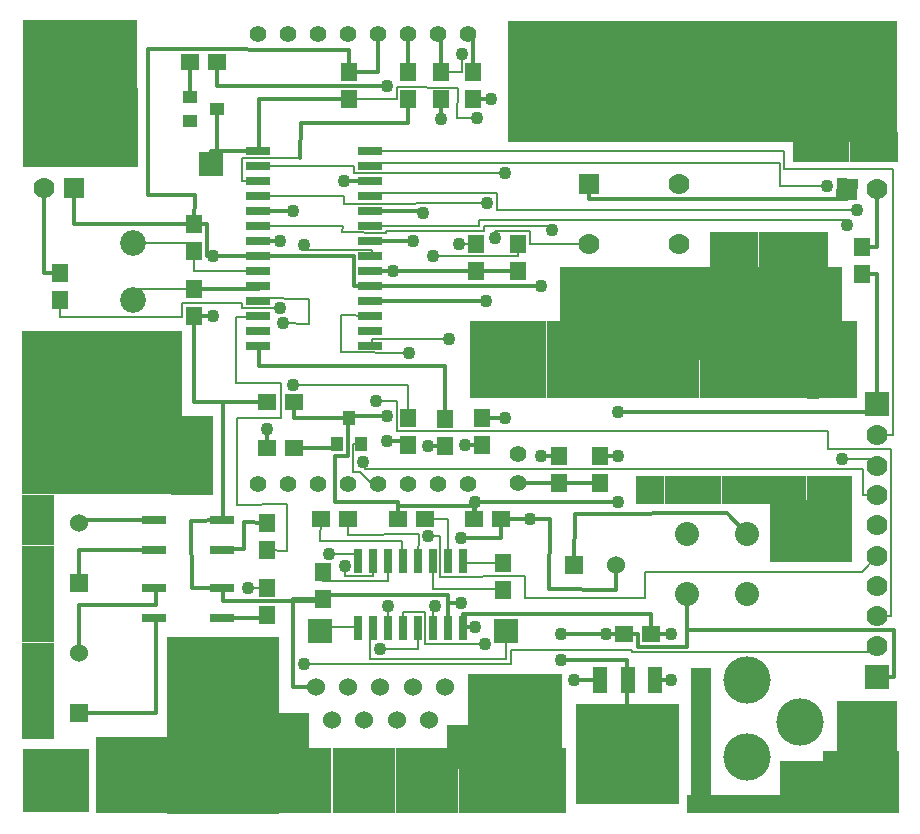
<source format=gbr>
G04 GERBER ASCII OUTPUT FROM: EDWIN 2000 (VER. 1.1 REV. 20011025)*
G04 GERBER FORMAT: RX-274-X*
G04 BOARD: SMART_APP_BOARD*
G04 ARTWORK OF COMP.LAYER POSITIVE*
%ASAXBY*%
%FSLAX24Y24*%
%MIA0B0*%
%MOIN*%
%OFA0.0000B0.0000*%
%SFA1B1*%
%IJA0B0*%
%INLAYER2POS*%
%IOA0B0*%
%IPPOS*%
%IR0*%
G04 APERTURE MACROS*
%AMEDWDONUT*
1,1,$1,$2,$3*
1,0,$4,$2,$3*
%
%AMEDWFRECT*
2,1,$1,$2,$3,$4,$5,$6*
%
%AMEDWORECT*
2,1,$1,$2,$3,$4,$5,$10*
2,1,$1,$4,$5,$6,$7,$10*
2,1,$1,$6,$7,$8,$9,$10*
2,1,$1,$8,$9,$2,$3,$10*
1,1,$1,$2,$3*
1,1,$1,$4,$5*
1,1,$1,$6,$7*
1,1,$1,$8,$9*
%
%AMEDWLINER*
2,1,$1,$2,$3,$4,$5,$6*
1,1,$1,$2,$3*
1,1,$1,$4,$5*
%
%AMEDWFTRNG*
4,1,3,$1,$2,$3,$4,$5,$6,$7,$8,$9*
%
%AMEDWATRNG*
4,1,3,$1,$2,$3,$4,$5,$6,$7,$8,$9*
2,1,$11,$1,$2,$3,$4,$10*
2,1,$11,$3,$4,$5,$6,$10*
2,1,$11,$5,$6,$7,$8,$10*
1,1,$11,$3,$4*
1,1,$11,$5,$6*
1,1,$11,$7,$8*
%
%AMEDWOTRNG*
2,1,$1,$2,$3,$4,$5,$8*
2,1,$1,$4,$5,$6,$7,$8*
2,1,$1,$6,$7,$2,$3,$8*
1,1,$1,$2,$3*
1,1,$1,$4,$5*
1,1,$1,$6,$7*
%
G04*
G04 APERTURE LIST*
%ADD10R,0.0650X0.0700*%
%ADD11R,0.0890X0.0940*%
%ADD12R,0.0550X0.0600*%
%ADD13R,0.0790X0.0840*%
%ADD14R,0.0900X0.0350*%
%ADD15R,0.1140X0.0590*%
%ADD16R,0.0800X0.0250*%
%ADD17R,0.1040X0.0490*%
%ADD18R,0.0350X0.0900*%
%ADD19R,0.0590X0.1140*%
%ADD20R,0.0250X0.0800*%
%ADD21R,0.0490X0.1040*%
%ADD22R,0.0700X0.0650*%
%ADD23R,0.0940X0.0890*%
%ADD24R,0.0600X0.0550*%
%ADD25R,0.0840X0.0790*%
%ADD26R,0.0700X0.0700*%
%ADD27R,0.0940X0.0940*%
%ADD28R,0.0600X0.0600*%
%ADD29R,0.0840X0.0840*%
%ADD30R,0.0570X0.0970*%
%ADD31R,0.0810X0.1210*%
%ADD32R,0.0470X0.0870*%
%ADD33R,0.0710X0.1110*%
%ADD34R,0.1520X0.0970*%
%ADD35R,0.1760X0.1210*%
%ADD36R,0.1420X0.0870*%
%ADD37R,0.1660X0.1110*%
%ADD38R,0.0760X0.0760*%
%ADD39R,0.1000X0.1000*%
%ADD40R,0.0800X0.0800*%
%ADD41R,0.1040X0.1040*%
%ADD42EDWFRECT,0.0800X0.03999X-0.0007X-0.03999X0.0007X0.0000*%
%ADD43EDWFRECT,0.0800X0.03999X0.0007X-0.03999X-0.0007X0.0000*%
%ADD44EDWFRECT,0.1040X0.05199X-0.00091X-0.05199X0.00091X0.0000*%
%ADD45EDWFRECT,0.1040X0.05199X0.00091X-0.05199X-0.00091X0.0000*%
%ADD46EDWFRECT,0.0700X0.03499X-0.00061X-0.03499X0.00061X0.0000*%
%ADD47EDWFRECT,0.0700X0.03499X0.00061X-0.03499X-0.00061X0.0000*%
%ADD48EDWFRECT,0.0940X0.04699X-0.00082X-0.04699X0.00082X0.0000*%
%ADD49EDWFRECT,0.0940X0.04699X0.00082X-0.04699X-0.00082X0.0000*%
%ADD50R,0.0580X0.0500*%
%ADD51R,0.0820X0.0740*%
%ADD52R,0.0480X0.0400*%
%ADD53R,0.0720X0.0640*%
%ADD54R,0.0500X0.0580*%
%ADD55R,0.0740X0.0820*%
%ADD56R,0.0400X0.0480*%
%ADD57R,0.0640X0.0720*%
%ADD58R,0.0900X0.0900*%
%ADD59R,0.1140X0.1140*%
%ADD60C,0.0010*%
%ADD62C,0.0020*%
%ADD63R,0.0020X0.0020*%
%ADD64C,0.0030*%
%ADD65R,0.0030X0.0030*%
%ADD66C,0.0040*%
%ADD67R,0.0040X0.0040*%
%ADD68C,0.0050*%
%ADD69R,0.0050X0.0050*%
%ADD70C,0.00787*%
%ADD71R,0.00787X0.00787*%
%ADD72C,0.0080*%
%ADD74C,0.00894*%
%ADD76C,0.00984*%
%ADD77R,0.00984X0.00984*%
%ADD78C,0.0120*%
%ADD80C,0.01287*%
%ADD82C,0.01299*%
%ADD84C,0.0130*%
%ADD86C,0.01969*%
%ADD87R,0.01969X0.01969*%
%ADD88C,0.0200*%
%ADD90C,0.0290*%
%ADD92C,0.0320*%
%ADD94C,0.03294*%
%ADD96C,0.03295*%
%ADD98C,0.03384*%
%ADD100C,0.0360*%
%ADD102C,0.03687*%
%ADD104C,0.03699*%
%ADD106C,0.0370*%
%ADD108C,0.03937*%
%ADD109R,0.03937X0.03937*%
%ADD110C,0.04331*%
%ADD112C,0.0440*%
%ADD114C,0.0500*%
%ADD115R,0.0500X0.0500*%
%ADD116C,0.0560*%
%ADD117R,0.0560X0.0560*%
%ADD118C,0.05906*%
%ADD119R,0.05906X0.05906*%
%ADD120C,0.0600*%
%ADD121R,0.0600X0.0600*%
%ADD122C,0.0620*%
%ADD124C,0.0652*%
%ADD125R,0.0652X0.0652*%
%ADD126C,0.0660*%
%ADD127R,0.0660X0.0660*%
%ADD128C,0.06693*%
%ADD129R,0.06693X0.06693*%
%ADD130C,0.06906*%
%ADD131R,0.06906X0.06906*%
%ADD132C,0.0700*%
%ADD133R,0.0700X0.0700*%
%ADD134C,0.07087*%
%ADD135R,0.07087X0.07087*%
%ADD136C,0.0760*%
%ADD138C,0.0800*%
%ADD140C,0.08306*%
%ADD142C,0.0840*%
%ADD143R,0.0840X0.0840*%
%ADD144C,0.0860*%
%ADD146C,0.0880*%
%ADD147R,0.0880X0.0880*%
%ADD148C,0.0892*%
%ADD149R,0.0892X0.0892*%
%ADD150C,0.0940*%
%ADD151R,0.0940X0.0940*%
%ADD152C,0.09487*%
%ADD153R,0.09487X0.09487*%
%ADD154C,0.0960*%
%ADD156C,0.1000*%
%ADD158C,0.1040*%
%ADD160C,0.10488*%
%ADD161R,0.10488X0.10488*%
%ADD162C,0.10772*%
%ADD163R,0.10772X0.10772*%
%ADD164C,0.1100*%
%ADD166C,0.1100*%
%ADD168C,0.1120*%
%ADD170C,0.11339*%
%ADD171R,0.11339X0.11339*%
%ADD172C,0.11622*%
%ADD173R,0.11622X0.11622*%
%ADD174C,0.1200*%
%ADD176C,0.12472*%
%ADD177R,0.12472X0.12472*%
%ADD178C,0.12756*%
%ADD179R,0.12756X0.12756*%
%ADD180C,0.12888*%
%ADD181R,0.12888X0.12888*%
%ADD182C,0.1300*%
%ADD184C,0.13039*%
%ADD185R,0.13039X0.13039*%
%ADD186C,0.13172*%
%ADD187R,0.13172X0.13172*%
%ADD188C,0.13323*%
%ADD189R,0.13323X0.13323*%
%ADD190C,0.13739*%
%ADD191R,0.13739X0.13739*%
%ADD192C,0.1389*%
%ADD193R,0.1389X0.1389*%
%ADD194C,0.1400*%
%ADD196C,0.14022*%
%ADD197R,0.14022X0.14022*%
%ADD198C,0.1474*%
%ADD199R,0.1474X0.1474*%
%ADD200C,0.14872*%
%ADD201R,0.14872X0.14872*%
%ADD202C,0.1500*%
%ADD204C,0.15156*%
%ADD205R,0.15156X0.15156*%
%ADD206C,0.1540*%
%ADD208C,0.15439*%
%ADD209R,0.15439X0.15439*%
%ADD210C,0.15723*%
%ADD211R,0.15723X0.15723*%
%ADD212C,0.15748*%
%ADD214C,0.1629*%
%ADD215R,0.1629X0.1629*%
%ADD216C,0.1640*%
%ADD218C,0.1714*%
%ADD219R,0.1714X0.1714*%
%ADD220C,0.18709*%
%ADD221R,0.18709X0.18709*%
%ADD222C,0.19685*%
%ADD225R,0.20409X0.20409*%
%ADD227R,0.20693X0.20693*%
%ADD229R,0.20976X0.20976*%
%ADD231R,0.21109X0.21109*%
%ADD233R,0.22677X0.22677*%
%ADD235R,0.22809X0.22809*%
%ADD237R,0.23093X0.23093*%
%ADD239R,0.23376X0.23376*%
%ADD241R,0.24094X0.24094*%
%ADD243R,0.24661X0.24661*%
%ADD245R,0.25077X0.25077*%
%ADD247R,0.25228X0.25228*%
%ADD249R,0.25512X0.25512*%
%ADD251R,0.26494X0.26494*%
%ADD253R,0.27061X0.27061*%
%ADD255R,0.27213X0.27213*%
%ADD257R,0.27628X0.27628*%
%ADD259R,0.27912X0.27912*%
%ADD261R,0.28346X0.28346*%
%ADD263R,0.2948X0.2948*%
%ADD265R,0.29613X0.29613*%
%ADD267R,0.30746X0.30746*%
%ADD269R,0.31181X0.31181*%
%ADD271R,0.3188X0.3188*%
%ADD273R,0.32031X0.32031*%
%ADD275R,0.32598X0.32598*%
%ADD277R,0.33581X0.33581*%
%ADD279R,0.33732X0.33732*%
%ADD281R,0.34431X0.34431*%
%ADD283R,0.34539X0.34539*%
%ADD285R,0.34583X0.34583*%
%ADD287R,0.34998X0.34998*%
%ADD289R,0.3515X0.3515*%
%ADD291R,0.36132X0.36132*%
%ADD293R,0.36939X0.36939*%
%ADD295R,0.36983X0.36983*%
%ADD297R,0.37417X0.37417*%
%ADD299R,0.3755X0.3755*%
%ADD301R,0.38835X0.38835*%
%ADD303R,0.39402X0.39402*%
%ADD305R,0.39817X0.39817*%
%ADD307R,0.39969X0.39969*%
%ADD309R,0.41235X0.41235*%
%ADD311R,0.41669X0.41669*%
%ADD313R,0.41802X0.41802*%
%ADD315R,0.42236X0.42236*%
%ADD317R,0.42369X0.42369*%
%ADD319R,0.44069X0.44069*%
%ADD321R,0.44636X0.44636*%
%ADD323R,0.46488X0.46488*%
%ADD325R,0.47339X0.47339*%
%ADD327R,0.48472X0.48472*%
%ADD329R,0.48888X0.48888*%
%ADD331R,0.49739X0.49739*%
%ADD333R,0.50872X0.50872*%
%ADD335R,0.52157X0.52157*%
%ADD337R,0.53291X0.53291*%
%ADD339R,0.54425X0.54425*%
%ADD341R,0.54557X0.54557*%
%ADD343R,0.55691X0.55691*%
%ADD345R,0.56409X0.56409*%
%ADD347R,0.56825X0.56825*%
%ADD349R,0.58809X0.58809*%
%ADD351R,0.7200X0.7200*%
%ADD353R,0.72567X0.72567*%
%ADD355R,0.7440X0.7440*%
%ADD357R,0.74967X0.74967*%
%ADD359R,0.81638X0.81638*%
%ADD361R,0.84038X0.84038*%
%ADD363R,0.88441X0.88441*%
%ADD365R,0.90841X0.90841*%
%ADD367R,0.9411X0.9411*%
%ADD369R,0.9651X0.9651*%
%ADD371R,0.99496X0.99496*%
%ADD373R,1.01896X1.01896*%
%ADD375R,1.28693X1.28693*%
%ADD377R,1.28976X1.28976*%
%ADD379R,1.29543X1.29543*%
%ADD381R,1.31093X1.31093*%
%ADD383R,1.31376X1.31376*%
%ADD385R,1.31943X1.31943*%
%ADD386C,1.41943*%
%ADD387R,1.41943X1.41943*%
%ADD388C,1.51943*%
%ADD389R,1.51943X1.51943*%
%ADD390C,1.61943*%
%ADD391R,1.61943X1.61943*%
%ADD392C,1.71943*%
%ADD393R,1.71943X1.71943*%
%ADD394C,1.81943*%
%ADD395R,1.81943X1.81943*%
%ADD396C,1.91943*%
%ADD397R,1.91943X1.91943*%
G04*
D12* 
X8179Y9699D02*D03*
X8179Y8799D02*D03*
D156*
X1181Y25197D02*D03*
D16* 
X7873Y22106D02*D03*
X7873Y21606D02*D03*
X7873Y21106D02*D03*
X7873Y20606D02*D03*
X7873Y20106D02*D03*
X7873Y19606D02*D03*
X7873Y19106D02*D03*
X7873Y18606D02*D03*
X7873Y18106D02*D03*
X7873Y17606D02*D03*
X7873Y17106D02*D03*
X7873Y16606D02*D03*
X7873Y16106D02*D03*
X7873Y15606D02*D03*
X11623Y15606D02*D03*
X11623Y16106D02*D03*
X11623Y16606D02*D03*
X11623Y17106D02*D03*
X11623Y17606D02*D03*
X11623Y18106D02*D03*
X11623Y18606D02*D03*
X11623Y19106D02*D03*
X11623Y19606D02*D03*
X11623Y20106D02*D03*
X11623Y20606D02*D03*
X11623Y21106D02*D03*
X11623Y21606D02*D03*
X11623Y22106D02*D03*
D138*
X24173Y7311D02*D03*
X24173Y9311D02*D03*
X22173Y9311D02*D03*
X22173Y7311D02*D03*
D212*
X24173Y4449D02*D03*
X25945Y3071D02*D03*
X24173Y1890D02*D03*
D20* 
X14705Y8440D02*D03*
X14205Y8440D02*D03*
X13705Y8440D02*D03*
X13205Y8440D02*D03*
X12705Y8440D02*D03*
X12205Y8440D02*D03*
X11705Y8440D02*D03*
X11205Y8440D02*D03*
X11205Y6190D02*D03*
X11705Y6190D02*D03*
X12205Y6190D02*D03*
X12705Y6190D02*D03*
X13205Y6190D02*D03*
X13705Y6190D02*D03*
X14205Y6190D02*D03*
X14705Y6190D02*D03*
D24* 
X12530Y9823D02*D03*
X13430Y9823D02*D03*
D12* 
X10039Y8071D02*D03*
X10039Y7171D02*D03*
D24* 
X10870Y9823D02*D03*
X9970Y9823D02*D03*
D12* 
X16043Y7466D02*D03*
X16043Y8366D02*D03*
D24* 
X15084Y9823D02*D03*
X15984Y9823D02*D03*
D12* 
X10925Y24719D02*D03*
X10925Y23819D02*D03*
X5748Y17504D02*D03*
X5748Y16604D02*D03*
X5748Y18775D02*D03*
X5748Y19675D02*D03*
D24* 
X20979Y5984D02*D03*
X20079Y5984D02*D03*
D28* 
X18423Y8287D02*D03*
D120*
X19823Y8287D02*D03*
D32* 
X21107Y4444D02*D03*
X20197Y4444D02*D03*
X19287Y4444D02*D03*
D36* 
X20192Y2004D02*D03*
D116*
X7874Y25984D02*D03*
X8874Y25984D02*D03*
X9874Y25984D02*D03*
X10874Y25984D02*D03*
X11874Y25984D02*D03*
X12874Y25984D02*D03*
X13874Y25984D02*D03*
X14874Y25984D02*D03*
X14874Y10984D02*D03*
X13874Y10984D02*D03*
X12874Y10984D02*D03*
X11874Y10984D02*D03*
X10874Y10984D02*D03*
X9874Y10984D02*D03*
X8874Y10984D02*D03*
X7874Y10984D02*D03*
X16535Y11024D02*D03*
X16535Y12008D02*D03*
D118*
X26083Y24508D02*D03*
X3248Y12402D02*D03*
D144*
X3701Y19036D02*D03*
X3701Y17116D02*D03*
D28* 
X1909Y7695D02*D03*
D120*
X1909Y9695D02*D03*
D28* 
X1909Y3344D02*D03*
D120*
X1909Y5344D02*D03*
D132*
X28524Y5606D02*D03*
X28524Y6606D02*D03*
X28524Y7606D02*D03*
X28524Y8606D02*D03*
X28505Y9633D02*D03*
X28524Y10616D02*D03*
X28524Y11598D02*D03*
X28524Y12638D02*D03*
D12* 
X15059Y24719D02*D03*
X15059Y23819D02*D03*
X12894Y12289D02*D03*
X12894Y13189D02*D03*
X17913Y11009D02*D03*
X17913Y11909D02*D03*
X19291Y11009D02*D03*
X19291Y11909D02*D03*
X16535Y18996D02*D03*
X16535Y18096D02*D03*
X15157Y18996D02*D03*
X15157Y18096D02*D03*
D24* 
X5620Y25049D02*D03*
X6520Y25049D02*D03*
D26* 
X18898Y20996D02*D03*
D132*
X18898Y18996D02*D03*
X21898Y18996D02*D03*
X21898Y20996D02*D03*
D120*
X14120Y4241D02*D03*
X13040Y4241D02*D03*
X11960Y4241D02*D03*
X10880Y4241D02*D03*
X9800Y4241D02*D03*
X13580Y3121D02*D03*
X12500Y3121D02*D03*
X11420Y3121D02*D03*
X10340Y3121D02*D03*
D182*
X16880Y3681D02*D03*
X7040Y3681D02*D03*
D16* 
X6669Y6520D02*D03*
X6669Y7520D02*D03*
X4419Y7520D02*D03*
X4419Y6520D02*D03*
D24* 
X8169Y12205D02*D03*
X9069Y12205D02*D03*
D12* 
X1280Y18012D02*D03*
X1280Y17112D02*D03*
X28012Y18007D02*D03*
X28012Y18907D02*D03*
D46* 
X27500Y20827D02*D03*
D132*
X28500Y20809D02*D03*
D26* 
X1734Y20870D02*D03*
D132*
X734Y20870D02*D03*
D156*
X1181Y1181D02*D03*
X27953Y1181D02*D03*
X27953Y25197D02*D03*
D12* 
X13976Y24719D02*D03*
X13976Y23819D02*D03*
X14126Y12273D02*D03*
X14126Y13173D02*D03*
X15354Y12289D02*D03*
X15354Y13189D02*D03*
X12894Y24719D02*D03*
X12894Y23819D02*D03*
D52* 
X5620Y23898D02*D03*
X5620Y23098D02*D03*
X6500Y23498D02*D03*
D24* 
X9073Y13735D02*D03*
X8173Y13735D02*D03*
D56* 
X10525Y12309D02*D03*
X11325Y12309D02*D03*
X10925Y13189D02*D03*
D40* 
X28524Y13661D02*D03*
X28526Y4570D02*D03*
X6299Y21654D02*D03*
D12* 
X8179Y6624D02*D03*
X8179Y7524D02*D03*
D16* 
X6669Y8799D02*D03*
X6669Y9799D02*D03*
X4419Y9799D02*D03*
X4419Y8799D02*D03*
D182*
X2938Y22496D02*D03*
X2949Y14517D02*D03*
X26437Y22504D02*D03*
X26393Y14458D02*D03*
D40* 
X16142Y6102D02*D03*
X9941Y6102D02*D03*
D110*
X12374Y18106D02*D03*
X12162Y13261D02*D03*
X15126Y10394D02*D03*
X15126Y6240D02*D03*
X21639Y5984D02*D03*
X21639Y4449D02*D03*
X12374Y18106D02*D03*
X12162Y24268D02*D03*
X19863Y10408D02*D03*
X19863Y11909D02*D03*
X14586Y18996D02*D03*
X14664Y25315D02*D03*
X13554Y12273D02*D03*
X13554Y12273D02*D03*
X13714Y18576D02*D03*
X15501Y20361D02*D03*
X15631Y23819D02*D03*
X16101Y21361D02*D03*
X16101Y13189D02*D03*
X10770Y8274D02*D03*
X14638Y7009D02*D03*
X14638Y9206D02*D03*
X6374Y16604D02*D03*
X6374Y18606D02*D03*
X19482Y5984D02*D03*
X17985Y5984D02*D03*
X17985Y5130D02*D03*
X17313Y17606D02*D03*
X16960Y9823D02*D03*
X19863Y11909D02*D03*
X19863Y13390D02*D03*
X10736Y21106D02*D03*
X11392Y11721D02*D03*
X26847Y20920D02*D03*
X27347Y11826D02*D03*
X14249Y15823D02*D03*
X13976Y23168D02*D03*
X12205Y6941D02*D03*
X12896Y15361D02*D03*
X15463Y17106D02*D03*
X15445Y5670D02*D03*
X14783Y12289D02*D03*
X12162Y12428D02*D03*
X17675Y19466D02*D03*
X17322Y11909D02*D03*
X9041Y14307D02*D03*
X9041Y20106D02*D03*
X7553Y7524D02*D03*
X18423Y4449D02*D03*
X8624Y19106D02*D03*
X8624Y16861D02*D03*
X8624Y19106D02*D03*
X8169Y12831D02*D03*
X11960Y5494D02*D03*
X13786Y6941D02*D03*
X9421Y18968D02*D03*
X9421Y4997D02*D03*
X13041Y19084D02*D03*
X11826Y13774D02*D03*
X27507Y19626D02*D03*
X13378Y20025D02*D03*
X13541Y9251D02*D03*
X27844Y20140D02*D03*
X10257Y8667D02*D03*
X15165Y23202D02*D03*
X15765Y19178D02*D03*
X8704Y16348D02*D03*
D279*
X20154Y1995D02*D03*
X20235Y1995D02*D03*
X20154Y1987D02*D03*
X20235Y1987D02*D03*
D297*
X6728Y4041D02*D03*
X6728Y1858D02*D03*
D231*
X9285Y1171D02*D03*
X11396Y1171D02*D03*
X13507Y1171D02*D03*
X15618Y1171D02*D03*
X17124Y1171D02*D03*
X9285Y1071D02*D03*
X11396Y1071D02*D03*
X13507Y1071D02*D03*
X15618Y1071D02*D03*
X17124Y1071D02*D03*
D269*
X16450Y3106D02*D03*
X16450Y2964D02*D03*
D249*
X3751Y1291D02*D03*
X4460Y1291D02*D03*
X3751Y1291D02*D03*
X4460Y1291D02*D03*
D163*
X548Y3020D02*D03*
X548Y4098D02*D03*
X548Y5175D02*D03*
X548Y6252D02*D03*
X548Y7329D02*D03*
X548Y8406D02*D03*
X548Y9483D02*D03*
X548Y10107D02*D03*
D337*
X2674Y13310D02*D03*
X2674Y13424D02*D03*
D193*
X5665Y12559D02*D03*
X5665Y11340D02*D03*
D251*
X1334Y22899D02*D03*
X2568Y22899D02*D03*
X1334Y22855D02*D03*
X2568Y22855D02*D03*
D241*
X2660Y25258D02*D03*
X1243Y25258D02*D03*
X2660Y25258D02*D03*
X1243Y25258D02*D03*
D231*
X1065Y1115D02*D03*
X1222Y1115D02*D03*
X1065Y1100D02*D03*
X1222Y1100D02*D03*
D249*
X16224Y15153D02*D03*
X18775Y15153D02*D03*
X21326Y15153D02*D03*
X23877Y15153D02*D03*
X26428Y15153D02*D03*
X26570Y15153D02*D03*
X16224Y15124D02*D03*
X18775Y15124D02*D03*
X21326Y15124D02*D03*
X23877Y15124D02*D03*
X26428Y15124D02*D03*
X26570Y15124D02*D03*
D267*
X19462Y16677D02*D03*
X22536Y16677D02*D03*
X25611Y16677D02*D03*
X25798Y16677D02*D03*
X19462Y16662D02*D03*
X22536Y16662D02*D03*
X25611Y16662D02*D03*
X25798Y16662D02*D03*
D215*
X23756Y18590D02*D03*
X25385Y18590D02*D03*
X26067Y18590D02*D03*
X23756Y18518D02*D03*
X25385Y18518D02*D03*
X26067Y18518D02*D03*
D307*
X18222Y24436D02*D03*
X22219Y24436D02*D03*
X26216Y24436D02*D03*
X27180Y24436D02*D03*
X18222Y24408D02*D03*
X22219Y24408D02*D03*
X26216Y24408D02*D03*
X27180Y24408D02*D03*
D153*
X26166Y22247D02*D03*
X27114Y22247D02*D03*
X28063Y22247D02*D03*
X28732Y22247D02*D03*
X26166Y22203D02*D03*
X27114Y22203D02*D03*
X28063Y22203D02*D03*
X28732Y22203D02*D03*
X20950Y10795D02*D03*
X21899Y10795D02*D03*
X22847Y10795D02*D03*
X23796Y10795D02*D03*
X24745Y10795D02*D03*
X25693Y10795D02*D03*
X26642Y10795D02*D03*
X27201Y10795D02*D03*
X20950Y10780D02*D03*
X21899Y10780D02*D03*
X22847Y10780D02*D03*
X23796Y10780D02*D03*
X24745Y10780D02*D03*
X25693Y10780D02*D03*
X26642Y10780D02*D03*
X27201Y10780D02*D03*
D227*
X25989Y9441D02*D03*
X26641Y9441D02*D03*
X25989Y9441D02*D03*
X26641Y9441D02*D03*
X27746Y1050D02*D03*
X28200Y1050D02*D03*
X27746Y1050D02*D03*
X28200Y1050D02*D03*
D225*
X28186Y2765D02*D03*
X28186Y2085D02*D03*
D121*
X22476Y339D02*D03*
X23076Y339D02*D03*
X23676Y339D02*D03*
X24276Y339D02*D03*
X24876Y339D02*D03*
X25476Y339D02*D03*
X26076Y339D02*D03*
X26676Y339D02*D03*
X27092Y339D02*D03*
X22476Y316D02*D03*
X23076Y316D02*D03*
X23676Y316D02*D03*
X24276Y316D02*D03*
X24876Y316D02*D03*
X25476Y316D02*D03*
X26076Y316D02*D03*
X26676Y316D02*D03*
X27092Y316D02*D03*
D125*
X22644Y4509D02*D03*
X22644Y3857D02*D03*
X22644Y3205D02*D03*
X22644Y2553D02*D03*
X22644Y1901D02*D03*
X22644Y1249D02*D03*
X22644Y824D02*D03*
D185*
X25918Y1121D02*D03*
X26683Y1121D02*D03*
X25918Y1121D02*D03*
X26683Y1121D02*D03*
D177*
X8995Y2765D02*D03*
X8995Y2227D02*D03*
D153*
X14644Y2489D02*D03*
X14629Y2489D02*D03*
X14644Y1964D02*D03*
X14629Y1964D02*D03*
D84* 
X14705Y6240D02*
X15126Y6240D01*
X15126Y10394D02*
X15126Y9823D01*
X15084Y9823D01*
X20979Y5984D02*
X20979Y6647D01*
X14705Y6647D01*
X14705Y6240D01*
D82* 
X21102Y4449D02*
X21639Y4449D01*
D84* 
X21639Y5984D02*
X20979Y5984D01*
X6520Y25049D02*
X6520Y24268D01*
X12162Y24268D01*
X12374Y18106D02*
X11673Y18106D01*
X11673Y18096D01*
X15157Y18096D01*
X9073Y13735D02*
X9073Y13189D01*
X10925Y13189D01*
X19291Y11909D02*
X19863Y11909D01*
X19863Y10408D02*
X15084Y10408D01*
X15084Y9823D01*
X15157Y18096D02*
X16535Y18096D01*
D72* 
X11874Y10984D02*
X11701Y10957D01*
X11274Y11384D01*
X11055Y11384D01*
X11055Y12309D01*
X11325Y12309D01*
X13874Y25984D02*
X13976Y25984D01*
D82* 
X13976Y24719D01*
D72* 
X14664Y24719D01*
X14664Y25315D01*
X14586Y18996D02*
X15157Y18996D01*
D82* 
X14126Y12273D02*
X13554Y12273D01*
D72* 
X16535Y18996D02*
X16535Y18576D01*
X13714Y18576D01*
X13554Y12273D02*
X14126Y12273D01*
X16535Y11024D02*
X16535Y11009D01*
D82* 
X17913Y11009D01*
X19291Y11009D01*
D84* 
X11673Y17606D02*
X11078Y17606D01*
X11078Y18606D01*
X7923Y18606D01*
X6374Y18606D01*
X6374Y16604D02*
X5748Y16604D01*
X22173Y7311D02*
X22173Y5564D01*
X20534Y5564D01*
X20534Y5984D01*
X20079Y5984D01*
X19482Y5984D01*
X20192Y4449D02*
X20192Y5130D01*
X17985Y5130D01*
X17985Y5984D02*
X20079Y5984D01*
X5748Y16604D02*
X5748Y13735D01*
X8173Y13735D01*
X5748Y19675D02*
X6168Y19675D01*
X6168Y18606D01*
X7923Y18606D01*
X10925Y24719D02*
X10925Y25469D01*
X4227Y25487D01*
X4205Y20614D01*
X5770Y20636D01*
X5748Y19675D01*
X17313Y17606D02*
X11673Y17606D01*
X16960Y9823D02*
X15984Y9823D01*
X11874Y25984D02*
X11874Y24719D01*
X10925Y24719D01*
X28524Y13661D02*
X28524Y13390D01*
X19863Y13390D01*
X19863Y11909D02*
X19291Y11909D01*
X28012Y18007D02*
X28524Y18007D01*
X28524Y13661D01*
X10925Y13189D02*
X10925Y13261D01*
X12162Y13261D01*
X12374Y18106D02*
X11673Y18106D01*
X15084Y9823D02*
X15084Y10243D01*
X12530Y10243D01*
X12530Y9823D01*
X12530Y10408D01*
X10449Y10408D01*
X10449Y11924D01*
X10870Y11924D01*
X10870Y13189D01*
X10925Y13189D01*
D72* 
X7923Y18106D02*
X5748Y18106D01*
X5748Y18775D01*
X5748Y19036D01*
X3701Y19036D01*
X11705Y8490D02*
X11705Y7920D01*
X10770Y7920D01*
X10770Y8274D01*
D82* 
X5620Y25049D02*
X5620Y23898D01*
D84* 
X28526Y4570D02*
X29074Y4570D01*
X29074Y6120D01*
X22173Y6111D01*
X22173Y7311D01*
X20192Y2009D02*
X20192Y4449D01*
X6719Y9799D02*
X6719Y13735D01*
X8173Y13735D01*
X6719Y7520D02*
X5682Y7540D01*
X5660Y9767D01*
X6719Y9799D01*
D82* 
X1734Y20870D02*
X1734Y19675D01*
X5748Y19675D01*
D84* 
X9800Y4241D02*
X9059Y4241D01*
X9059Y7171D01*
X10039Y7171D01*
X27500Y20827D02*
X27500Y20501D01*
X18898Y20501D01*
X18898Y20996D01*
X15984Y9823D02*
X15984Y9206D01*
X14638Y9206D01*
X14638Y7009D02*
X14205Y7009D01*
X14205Y6240D01*
X10039Y7171D02*
X10039Y7079D01*
X6719Y7079D01*
X6719Y7520D01*
X14205Y6240D02*
X14205Y7302D01*
X10039Y7302D01*
X10039Y7171D01*
X19823Y8287D02*
X19814Y7474D01*
X17587Y7496D01*
X17609Y9833D01*
X15984Y9823D01*
D82* 
X12162Y12428D02*
X12894Y12428D01*
D72* 
X12894Y12289D01*
D82* 
X17913Y11909D02*
X17322Y11909D01*
D72* 
X17675Y19466D02*
X17675Y19576D01*
X15419Y19576D01*
X15419Y19421D01*
X12143Y19421D01*
X12143Y19361D01*
X10687Y19380D01*
X10709Y19578D01*
X7923Y19606D01*
D82* 
X7923Y20106D02*
X9041Y20106D01*
D72* 
X9041Y14307D02*
X12894Y14307D01*
X12894Y13189D01*
D82* 
X15059Y23819D02*
X15631Y23819D01*
D72* 
X15501Y20361D02*
X10731Y20328D01*
X10753Y20592D01*
X7923Y20606D01*
X7923Y21106D02*
X7353Y21106D01*
X7353Y21851D01*
X9291Y21851D01*
D82* 
X9298Y23039D01*
X12891Y23017D01*
X12894Y23819D01*
X15354Y13189D02*
X16101Y13189D01*
D72* 
X16101Y21361D02*
X11072Y21361D01*
X11072Y21606D01*
X7923Y21606D01*
X13430Y9823D02*
X14205Y9823D01*
X14205Y8490D01*
X10039Y8071D02*
X10039Y7760D01*
X12205Y7760D01*
X12205Y8490D01*
X13205Y8490D02*
X13244Y9326D01*
X10863Y9304D01*
X10870Y9823D01*
X12705Y8490D02*
X12671Y9083D01*
X9959Y9106D01*
X9970Y9823D01*
X13705Y8490D02*
X13705Y7487D01*
X16043Y7487D01*
X16043Y7466D01*
X14705Y8490D02*
X14705Y8366D01*
X16043Y8366D01*
D82* 
X6719Y8799D02*
X7424Y8819D01*
X7424Y9723D01*
X8179Y9699D01*
D72* 
X7923Y17606D02*
X7923Y17504D01*
D82* 
X5748Y17504D01*
D72* 
X3701Y17504D01*
X3701Y17116D01*
X13786Y6941D02*
X13705Y6941D01*
X13705Y6240D01*
X28524Y5606D02*
X28524Y5379D01*
X20349Y5379D01*
X20349Y5466D01*
X16302Y5466D01*
X16302Y4997D01*
X9421Y4997D01*
X9421Y18968D02*
X9421Y18791D01*
X11673Y18791D01*
X11673Y18606D01*
X28524Y6606D02*
X28994Y6606D01*
X28994Y12168D01*
X26884Y12168D01*
X26884Y12753D01*
X12499Y12753D01*
X12499Y13774D01*
X11826Y13774D01*
X13041Y19084D02*
X13041Y19106D01*
D82* 
X11673Y19106D01*
D72* 
X27507Y19626D02*
X27507Y19803D01*
X15259Y19803D01*
X15259Y19606D01*
X11673Y19606D01*
X28524Y8606D02*
X28016Y8069D01*
X20762Y8047D01*
X20784Y7187D01*
X16772Y7187D01*
X16772Y7915D01*
X13950Y7886D01*
X13950Y9251D01*
X13541Y9251D01*
X13378Y20025D02*
X13378Y20106D01*
D82* 
X11673Y20106D01*
D72* 
X27844Y20140D02*
X15838Y20140D01*
X15838Y20698D01*
X11673Y20698D01*
X11673Y20606D01*
X28524Y10616D02*
X28054Y10616D01*
X28054Y11489D01*
X11434Y11489D01*
X11434Y11721D01*
X11392Y11721D01*
D82* 
X10736Y21106D02*
X11673Y21106D01*
D72* 
X28524Y11598D02*
X28524Y11826D01*
X27347Y11826D01*
X26847Y20920D02*
X25263Y20920D01*
X25263Y21698D01*
X11673Y21698D01*
X11673Y21606D01*
D82* 
X14126Y13173D02*
X14126Y14914D01*
X7923Y14914D01*
X7923Y15606D01*
X13976Y23819D02*
X13976Y23168D01*
D72* 
X14249Y15823D02*
X11673Y15823D01*
X11673Y15606D01*
X11673Y16606D02*
X10643Y16624D01*
X10643Y15389D01*
X12896Y15361D01*
X12205Y6941D02*
X12205Y6240D01*
X12705Y6240D02*
X12705Y6710D01*
X13450Y6710D01*
X13450Y5670D01*
X15445Y5670D01*
D82* 
X15463Y17106D02*
X11673Y17106D01*
D72* 
X28524Y12638D02*
X29044Y12638D01*
X29044Y21486D01*
X25423Y21486D01*
X25423Y22106D01*
X11673Y22106D01*
X12874Y25984D02*
X12894Y25984D01*
D82* 
X12894Y24719D01*
D72* 
X14874Y25984D02*
X15059Y25984D01*
D82* 
X15059Y24719D01*
X15354Y12289D02*
X14783Y12289D01*
D72* 
X18898Y18996D02*
X16930Y18996D01*
X16930Y19416D01*
X15765Y19416D01*
X15765Y19178D01*
X15165Y23202D02*
X14523Y23194D01*
X14545Y24208D01*
X12499Y24239D01*
X12499Y23819D01*
X10925Y23819D01*
X8179Y8799D02*
X8835Y8775D01*
X8835Y10318D01*
X7181Y10296D01*
X7181Y13184D01*
X8636Y13184D01*
X8636Y14375D01*
X7137Y14375D01*
X7137Y16557D01*
X7923Y16606D01*
X8179Y7524D02*
X7553Y7524D01*
X8704Y16348D02*
X9584Y16337D01*
X9584Y17175D01*
X7923Y17198D01*
X7923Y17106D01*
D82* 
X1909Y3344D02*
X4469Y3344D01*
X4469Y6520D01*
X1909Y5344D02*
X1912Y6945D01*
X4469Y6945D01*
X4469Y7520D01*
X1909Y7695D02*
X1909Y8799D01*
X4469Y8799D01*
D72* 
X1909Y9695D02*
X1909Y9799D01*
D82* 
X4469Y9799D01*
D72* 
X8179Y6624D02*
X8179Y6520D01*
D82* 
X6719Y6520D01*
X19282Y4449D02*
X18423Y4449D01*
X18423Y8287D02*
X18447Y9987D01*
X23518Y10009D01*
X24173Y9311D01*
X1280Y18012D02*
X734Y18012D01*
X734Y20870D01*
D72* 
X1280Y17112D02*
X1280Y16566D01*
X5353Y16566D01*
X5353Y17024D01*
X7353Y17024D01*
X7353Y16861D01*
X8624Y16861D01*
D82* 
X8624Y19106D02*
X7923Y19106D01*
X8169Y12205D02*
X8169Y12831D01*
D72* 
X8624Y19106D02*
X7923Y19106D01*
X10525Y12309D02*
X10525Y12205D01*
D82* 
X9069Y12205D01*
X28012Y18907D02*
X28500Y18907D01*
X28500Y20809D01*
D72* 
X11960Y5494D02*
X13205Y5494D01*
X13205Y6240D01*
X11705Y6240D02*
X11623Y6240D01*
X11623Y5157D01*
X16142Y5157D01*
X16142Y6102D01*
X9941Y6102D02*
X9941Y6240D01*
X11205Y6240D01*
X11205Y8490D02*
X11205Y8667D01*
X10257Y8667D01*
D82* 
X6299Y21654D02*
X6299Y22106D01*
X7923Y22106D01*
X6500Y23498D02*
X6500Y22106D01*
D72* 
X7923Y22106D01*
D82* 
X7923Y23819D01*
X10925Y23819D01*
M02*

</source>
